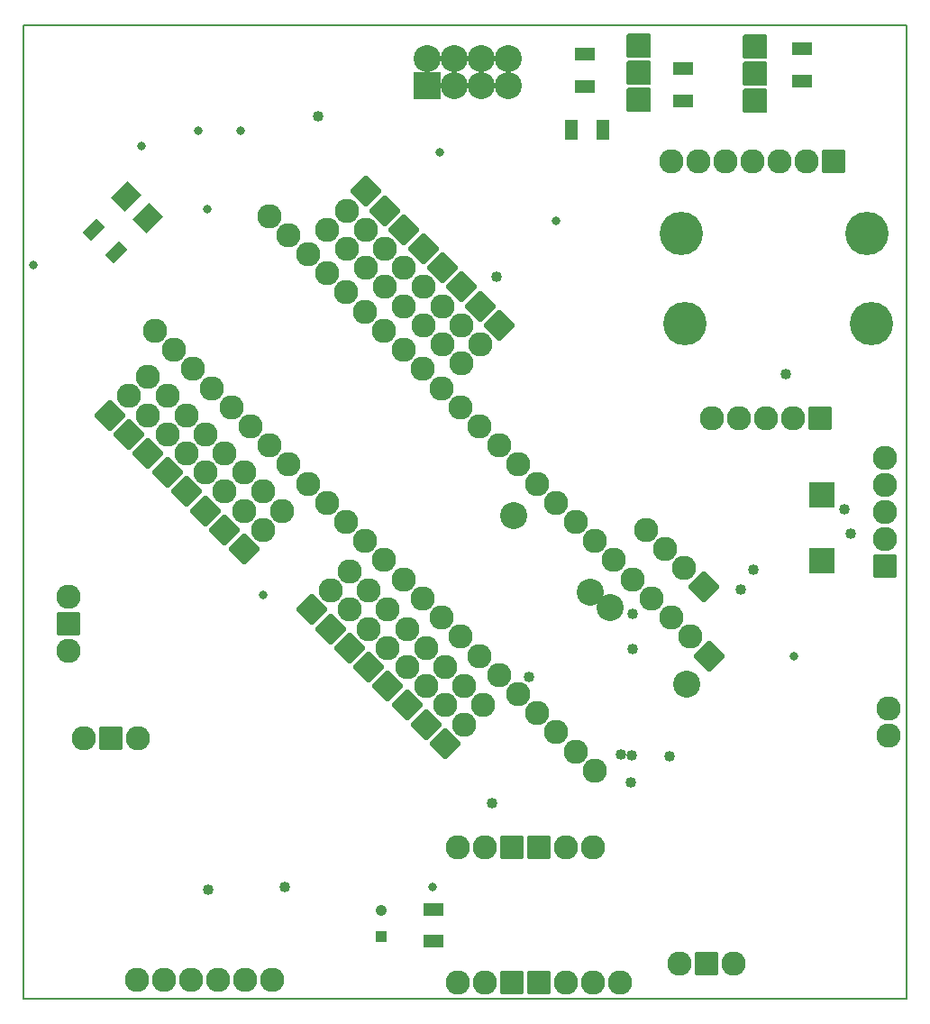
<source format=gbr>
G04 PROTEUS GERBER X2 FILE*
%TF.GenerationSoftware,Labcenter,Proteus,8.15-SP1-Build34318*%
%TF.CreationDate,2023-08-09T10:16:53+00:00*%
%TF.FileFunction,Soldermask,Bot*%
%TF.FilePolarity,Negative*%
%TF.Part,Single*%
%TF.SameCoordinates,{0049c899-80f1-4e30-9ba5-08a3a9b55963}*%
%FSLAX45Y45*%
%MOMM*%
G01*
%TA.AperFunction,Material*%
%ADD37C,0.812800*%
%ADD38C,1.016000*%
%AMPPAD033*
4,1,36,
1.143000,-1.270000,
-1.143000,-1.270000,
-1.168970,-1.267470,
-1.192980,-1.260200,
-1.214580,-1.248650,
-1.233290,-1.233290,
-1.248650,-1.214570,
-1.260200,-1.192980,
-1.267470,-1.168970,
-1.270000,-1.143000,
-1.270000,1.143000,
-1.267470,1.168970,
-1.260200,1.192980,
-1.248650,1.214570,
-1.233290,1.233290,
-1.214580,1.248650,
-1.192980,1.260200,
-1.168970,1.267470,
-1.143000,1.270000,
1.143000,1.270000,
1.168970,1.267470,
1.192980,1.260200,
1.214580,1.248650,
1.233290,1.233290,
1.248650,1.214570,
1.260200,1.192980,
1.267470,1.168970,
1.270000,1.143000,
1.270000,-1.143000,
1.267470,-1.168970,
1.260200,-1.192980,
1.248650,-1.214570,
1.233290,-1.233290,
1.214580,-1.248650,
1.192980,-1.260200,
1.168970,-1.267470,
1.143000,-1.270000,
0*%
%TA.AperFunction,Material*%
%ADD39PPAD033*%
%ADD40C,2.540000*%
%TA.AperFunction,Material*%
%ADD41C,2.286000*%
%AMPPAD036*
4,1,36,
-0.089800,-1.436840,
-1.436840,-0.089800,
-1.453420,-0.069650,
-1.465250,-0.047530,
-1.472360,-0.024090,
-1.474730,0.000000,
-1.472350,0.024100,
-1.465250,0.047530,
-1.453420,0.069650,
-1.436840,0.089800,
-0.089800,1.436840,
-0.069650,1.453420,
-0.047530,1.465250,
-0.024100,1.472350,
0.000000,1.474730,
0.024090,1.472360,
0.047530,1.465250,
0.069650,1.453420,
0.089800,1.436840,
1.436840,0.089800,
1.453420,0.069650,
1.465250,0.047530,
1.472360,0.024090,
1.474730,0.000000,
1.472350,-0.024100,
1.465250,-0.047530,
1.453420,-0.069650,
1.436840,-0.089800,
0.089800,-1.436840,
0.069650,-1.453420,
0.047530,-1.465250,
0.024100,-1.472350,
0.000000,-1.474730,
-0.024090,-1.472360,
-0.047530,-1.465250,
-0.069650,-1.453420,
-0.089800,-1.436840,
0*%
%ADD42PPAD036*%
%AMPPAD039*
4,1,36,
-1.143000,-1.016000,
-1.143000,1.016000,
-1.140470,1.041970,
-1.133200,1.065980,
-1.121650,1.087580,
-1.106290,1.106290,
-1.087570,1.121650,
-1.065980,1.133200,
-1.041970,1.140470,
-1.016000,1.143000,
1.016000,1.143000,
1.041970,1.140470,
1.065980,1.133200,
1.087570,1.121650,
1.106290,1.106290,
1.121650,1.087580,
1.133200,1.065980,
1.140470,1.041970,
1.143000,1.016000,
1.143000,-1.016000,
1.140470,-1.041970,
1.133200,-1.065980,
1.121650,-1.087580,
1.106290,-1.106290,
1.087570,-1.121650,
1.065980,-1.133200,
1.041970,-1.140470,
1.016000,-1.143000,
-1.016000,-1.143000,
-1.041970,-1.140470,
-1.065980,-1.133200,
-1.087570,-1.121650,
-1.106290,-1.106290,
-1.121650,-1.087580,
-1.133200,-1.065980,
-1.140470,-1.041970,
-1.143000,-1.016000,
0*%
%TA.AperFunction,Material*%
%ADD45PPAD039*%
%AMPPAD040*
4,1,36,
0.952500,-1.079500,
-0.952500,-1.079500,
-0.978470,-1.076970,
-1.002480,-1.069700,
-1.024080,-1.058150,
-1.042790,-1.042790,
-1.058150,-1.024070,
-1.069700,-1.002480,
-1.076970,-0.978470,
-1.079500,-0.952500,
-1.079500,0.952500,
-1.076970,0.978470,
-1.069700,1.002480,
-1.058150,1.024070,
-1.042790,1.042790,
-1.024080,1.058150,
-1.002480,1.069700,
-0.978470,1.076970,
-0.952500,1.079500,
0.952500,1.079500,
0.978470,1.076970,
1.002480,1.069700,
1.024080,1.058150,
1.042790,1.042790,
1.058150,1.024070,
1.069700,1.002480,
1.076970,0.978470,
1.079500,0.952500,
1.079500,-0.952500,
1.076970,-0.978470,
1.069700,-1.002480,
1.058150,-1.024070,
1.042790,-1.042790,
1.024080,-1.058150,
1.002480,-1.069700,
0.978470,-1.076970,
0.952500,-1.079500,
0*%
%ADD46PPAD040*%
%AMPPAD041*
4,1,36,
-1.079500,-0.952500,
-1.079500,0.952500,
-1.076970,0.978470,
-1.069700,1.002480,
-1.058150,1.024080,
-1.042790,1.042790,
-1.024070,1.058150,
-1.002480,1.069700,
-0.978470,1.076970,
-0.952500,1.079500,
0.952500,1.079500,
0.978470,1.076970,
1.002480,1.069700,
1.024070,1.058150,
1.042790,1.042790,
1.058150,1.024080,
1.069700,1.002480,
1.076970,0.978470,
1.079500,0.952500,
1.079500,-0.952500,
1.076970,-0.978470,
1.069700,-1.002480,
1.058150,-1.024080,
1.042790,-1.042790,
1.024070,-1.058150,
1.002480,-1.069700,
0.978470,-1.076970,
0.952500,-1.079500,
-0.952500,-1.079500,
-0.978470,-1.076970,
-1.002480,-1.069700,
-1.024070,-1.058150,
-1.042790,-1.042790,
-1.058150,-1.024080,
-1.069700,-1.002480,
-1.076970,-0.978470,
-1.079500,-0.952500,
0*%
%ADD47PPAD041*%
%TA.AperFunction,Material*%
%ADD48C,4.064000*%
%AMPPAD047*
4,1,4,
-1.219200,1.181100,
-1.219200,-1.181100,
1.219200,-1.181100,
1.219200,1.181100,
-1.219200,1.181100,
0*%
%ADD53PPAD047*%
%AMPPAD048*
4,1,4,
-1.436840,-0.161640,
-0.161640,-1.436840,
1.436840,0.161640,
0.161640,1.436840,
-1.436840,-0.161640,
0*%
%ADD54PPAD048*%
%AMPPAD049*
4,1,4,
0.901700,-0.571500,
0.901700,0.571500,
-0.901700,0.571500,
-0.901700,-0.571500,
0.901700,-0.571500,
0*%
%ADD55PPAD049*%
%AMPPAD050*
4,1,4,
-1.041710,-0.233490,
-0.233490,-1.041710,
1.041710,0.233490,
0.233490,1.041710,
-1.041710,-0.233490,
0*%
%ADD56PPAD050*%
%AMPPAD045*
4,1,4,
-0.525000,-0.525000,
-0.525000,0.525000,
0.525000,0.525000,
0.525000,-0.525000,
-0.525000,-0.525000,
0*%
%ADD51PPAD045*%
%ADD52C,1.050000*%
%AMPPAD051*
4,1,4,
0.571500,0.901700,
-0.571500,0.901700,
-0.571500,-0.901700,
0.571500,-0.901700,
0.571500,0.901700,
0*%
%ADD57PPAD051*%
%TA.AperFunction,Profile*%
%ADD27C,0.203200*%
%TD.AperFunction*%
D37*
X+488900Y+7940944D03*
X+1107440Y+7350760D03*
X-520788Y+6827593D03*
D38*
X+2150774Y+8226667D03*
X+3829288Y+6716923D03*
D37*
X+4653280Y+8806180D03*
X+1025140Y+8087440D03*
X+1426303Y+8085997D03*
D38*
X+6117799Y+3774628D03*
X+6242472Y+3962259D03*
X+4129470Y+2956157D03*
D37*
X+6622155Y+3153038D03*
D38*
X+6545292Y+5799583D03*
X+7155494Y+4307006D03*
X+7093434Y+4534194D03*
X+5102447Y+3550301D03*
X+5102193Y+3222891D03*
X+5101278Y+2216461D03*
X+5089913Y+1963714D03*
X+5451997Y+2207997D03*
D37*
X+3228123Y+986443D03*
D38*
X+4994807Y+2224698D03*
X+3785580Y+1768554D03*
X+1833543Y+983624D03*
X+1116228Y+957165D03*
D37*
X+3289806Y+7883004D03*
X+4381892Y+7244737D03*
X+1632405Y+3727653D03*
D39*
X+3175000Y+8509000D03*
D40*
X+3175000Y+8763000D03*
X+3429000Y+8509000D03*
X+3429000Y+8763000D03*
X+3683000Y+8509000D03*
X+3683000Y+8763000D03*
X+3937000Y+8509000D03*
X+3937000Y+8763000D03*
D41*
X+5466136Y+3514786D03*
X+5286531Y+3694391D03*
X+5106926Y+3873997D03*
X+4927321Y+4053602D03*
X+4747716Y+4233207D03*
X+4568110Y+4412812D03*
X+4388505Y+4592417D03*
X+4208900Y+4772022D03*
X+4029295Y+4951627D03*
X+3849690Y+5131232D03*
X+3670085Y+5310837D03*
X+3490480Y+5490443D03*
X+2412849Y+4412812D03*
X+2592454Y+4233207D03*
X+2772059Y+4053602D03*
X+2951664Y+3873997D03*
X+3131269Y+3694391D03*
X+3310875Y+3514786D03*
X+3490480Y+3335181D03*
X+3670085Y+3155576D03*
X+3849690Y+2975971D03*
X+4029295Y+2796366D03*
X+4208900Y+2616761D03*
X+3131269Y+5849653D03*
X+2951664Y+6029258D03*
X+2772059Y+6208863D03*
X+2592454Y+6388468D03*
X+2412849Y+6568073D03*
X+2233244Y+6747678D03*
X+2053639Y+6927284D03*
X+1874034Y+7106889D03*
X+1694428Y+7286494D03*
X+616798Y+6208863D03*
X+796403Y+6029258D03*
X+976008Y+5849653D03*
X+1155613Y+5670048D03*
X+1335218Y+5490443D03*
X+1514823Y+5310837D03*
X+1694428Y+5131232D03*
X+1874034Y+4951627D03*
X+2053639Y+4772022D03*
D42*
X+5825346Y+3155576D03*
D41*
X+5645741Y+3335181D03*
X+3310875Y+5670048D03*
X+2233244Y+4592417D03*
X+4388505Y+2437156D03*
X+4568110Y+2257550D03*
X+4747716Y+2077945D03*
D42*
X+3344423Y+2331314D03*
X+3164818Y+2510919D03*
X+2985213Y+2690524D03*
X+2805608Y+2870129D03*
X+2626003Y+3049734D03*
X+2446398Y+3229339D03*
X+2266793Y+3408945D03*
X+2087188Y+3588550D03*
D41*
X+3524029Y+2510919D03*
X+3344423Y+2690524D03*
X+3164818Y+2870129D03*
X+2985213Y+3049734D03*
X+2805608Y+3229339D03*
X+2626003Y+3408945D03*
X+2446398Y+3588550D03*
X+2266793Y+3768155D03*
X+3703634Y+2690524D03*
X+3524029Y+2870129D03*
X+3344423Y+3049734D03*
X+3164818Y+3229339D03*
X+2985213Y+3408945D03*
X+2805608Y+3588550D03*
X+2626003Y+3768155D03*
X+2446398Y+3947760D03*
D42*
X+1452189Y+4158186D03*
X+1272584Y+4337791D03*
X+1092979Y+4517396D03*
X+913374Y+4697002D03*
X+733769Y+4876607D03*
X+554164Y+5056212D03*
X+374558Y+5235817D03*
X+194953Y+5415422D03*
D41*
X+1631794Y+4337791D03*
X+1452189Y+4517396D03*
X+1272584Y+4697002D03*
X+1092979Y+4876607D03*
X+913374Y+5056212D03*
X+733769Y+5235817D03*
X+554164Y+5415422D03*
X+374558Y+5595027D03*
X+1811399Y+4517396D03*
X+1631794Y+4697002D03*
X+1452189Y+4876607D03*
X+1272584Y+5056212D03*
X+1092979Y+5235817D03*
X+913374Y+5415422D03*
X+733769Y+5595027D03*
X+554164Y+5774632D03*
D42*
X+2598221Y+7517745D03*
X+2777826Y+7338140D03*
X+2957431Y+7158535D03*
X+3137036Y+6978930D03*
X+3316641Y+6799325D03*
X+3496247Y+6619720D03*
X+3675852Y+6440115D03*
X+3855457Y+6260510D03*
D41*
X+2418616Y+7338140D03*
X+2598221Y+7158535D03*
X+2777826Y+6978930D03*
X+2957431Y+6799325D03*
X+3137036Y+6619720D03*
X+3316641Y+6440115D03*
X+3496247Y+6260510D03*
X+3675852Y+6080904D03*
X+2239011Y+7158535D03*
X+2418616Y+6978930D03*
X+2598221Y+6799325D03*
X+2777826Y+6619720D03*
X+2957431Y+6440115D03*
X+3137036Y+6260510D03*
X+3316641Y+6080904D03*
X+3496247Y+5901299D03*
D45*
X+5163820Y+8371840D03*
X+5163820Y+8625840D03*
X+5163820Y+8879840D03*
X+6261100Y+8364220D03*
X+6261100Y+8618220D03*
X+6261100Y+8872220D03*
D41*
X-190518Y+3203108D03*
D46*
X-190517Y+3457107D03*
D41*
X-190518Y+3711108D03*
D42*
X+5771950Y+3801310D03*
D41*
X+5592345Y+3980915D03*
X+5412740Y+4160520D03*
X+5233135Y+4340125D03*
X+5544098Y+267434D03*
D47*
X+5798098Y+267434D03*
D41*
X+6052097Y+267434D03*
X+3461986Y+1355766D03*
X+3715986Y+1355766D03*
D47*
X+3969986Y+1355766D03*
X+4223986Y+1355766D03*
D41*
X+4477986Y+1355766D03*
X+4731986Y+1355766D03*
X+4985986Y+85766D03*
X+4731986Y+85767D03*
X+4477985Y+85766D03*
D47*
X+4223985Y+85766D03*
X+3969986Y+85766D03*
D41*
X+3715986Y+85766D03*
X+3461986Y+85766D03*
X+450937Y+109568D03*
X+704937Y+109568D03*
X+958937Y+109568D03*
X+1212937Y+109568D03*
X+1466936Y+109568D03*
X+1720937Y+109568D03*
D46*
X+6863476Y+5386010D03*
D41*
X+6609476Y+5386010D03*
X+6355476Y+5386010D03*
X+6101475Y+5386010D03*
X+5847475Y+5386010D03*
X+5466476Y+7799010D03*
X+5720475Y+7799010D03*
X+5974475Y+7799010D03*
X+6228476Y+7799011D03*
X+6482476Y+7799011D03*
X+6736476Y+7799010D03*
D46*
X+6990476Y+7799010D03*
D47*
X+7480300Y+3995420D03*
D41*
X+7480300Y+4249420D03*
X+7480300Y+4503420D03*
X+7480300Y+4757420D03*
X+7480300Y+5011420D03*
X+7513320Y+2405380D03*
X+7513320Y+2659380D03*
D40*
X+3990652Y+4469608D03*
X+4709072Y+3751188D03*
X+5610442Y+2886356D03*
X+4892022Y+3604776D03*
D48*
X+5560060Y+7119620D03*
X+7310060Y+7119620D03*
X+5598160Y+6276340D03*
X+7348160Y+6276340D03*
D53*
X+6883400Y+4666220D03*
X+6883400Y+4046220D03*
D54*
X+343579Y+7470140D03*
X+548640Y+7265080D03*
D55*
X+3235960Y+474420D03*
X+3235960Y+774420D03*
D56*
X+41868Y+7152640D03*
X+254000Y+6940508D03*
D51*
X+2740660Y+517620D03*
D52*
X+2740660Y+767620D03*
D55*
X+5580380Y+8369300D03*
X+5580380Y+8669300D03*
X+6700520Y+8557260D03*
X+6700520Y+8857260D03*
X+4653280Y+8506180D03*
X+4653280Y+8806180D03*
D57*
X+4826280Y+8100060D03*
X+4526280Y+8100060D03*
D41*
X-53340Y+2382520D03*
D47*
X+200660Y+2382520D03*
D41*
X+454660Y+2382520D03*
D27*
X-619760Y-63500D02*
X+7683500Y-63500D01*
X+7683500Y+9080500D01*
X-619760Y+9080500D01*
X-619760Y-63500D01*
M02*

</source>
